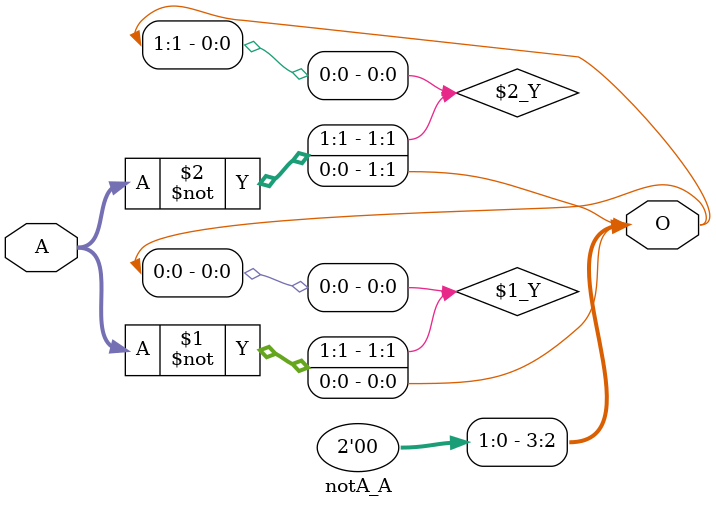
<source format=v>
`timescale 1ns / 1ps
module notA_A(O,A);
	output [3:0]O;
	input [1:0]A;
	
	assign O[0]=~A;
	assign O[1]=~A;
	assign O[2]=0;
	assign O[3]=0;
endmodule

</source>
